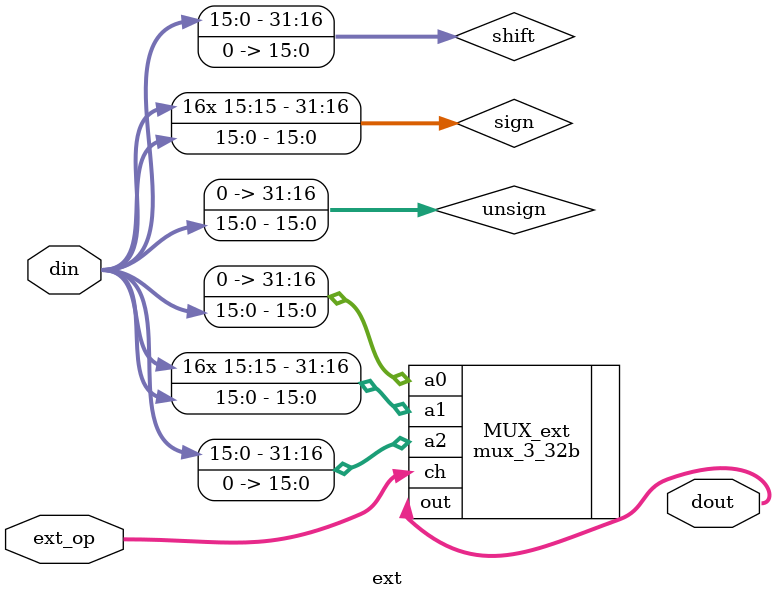
<source format=v>
module ext (din,ext_op,dout);
    input[15:0] din;
    input[1:0]  ext_op;  
    output[31:0] dout;                                           
    wire[31:0] unsign,sign,shift;
    assign unsign={16'b0,din};
    assign sign={{16{din[15]}},din};
    assign shift={din,16'b0};
    mux_3_32b MUX_ext(.a0(unsign),.a1(sign),.a2(shift),.ch(ext_op),.out(dout));
endmodule
</source>
